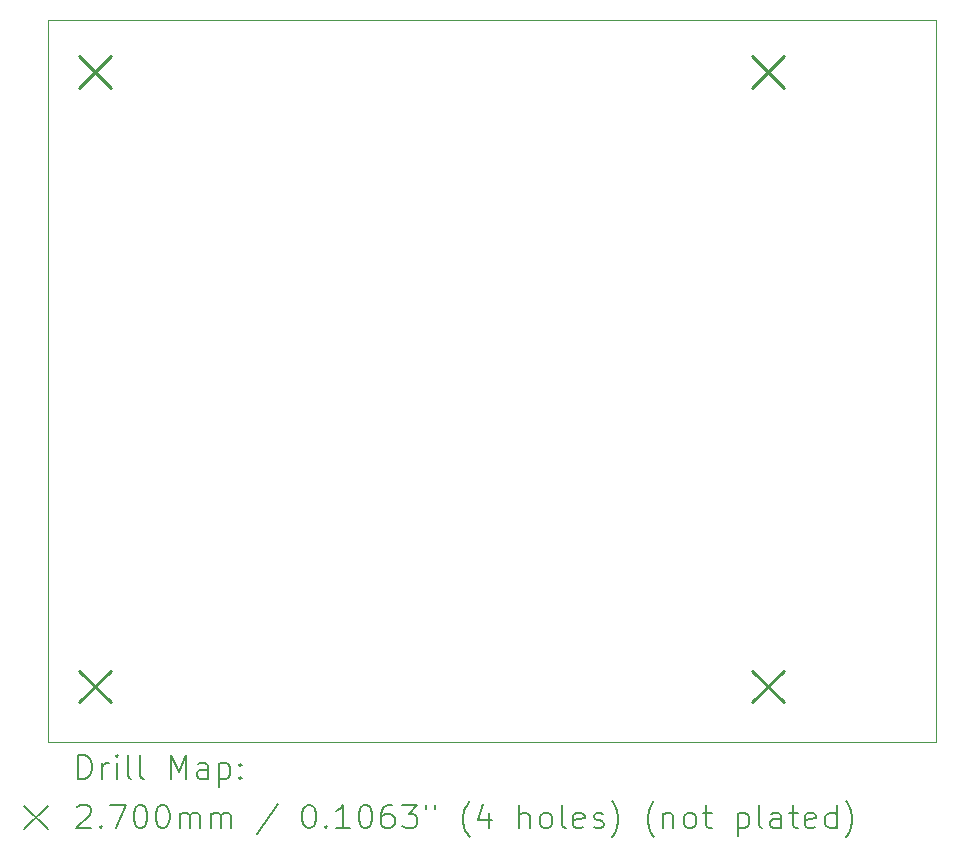
<source format=gbr>
%TF.GenerationSoftware,KiCad,Pcbnew,8.0.2*%
%TF.CreationDate,2025-12-07T10:50:00+01:00*%
%TF.ProjectId,Helios,48656c69-6f73-42e6-9b69-6361645f7063,rev?*%
%TF.SameCoordinates,Original*%
%TF.FileFunction,Drillmap*%
%TF.FilePolarity,Positive*%
%FSLAX45Y45*%
G04 Gerber Fmt 4.5, Leading zero omitted, Abs format (unit mm)*
G04 Created by KiCad (PCBNEW 8.0.2) date 2025-12-07 10:50:00*
%MOMM*%
%LPD*%
G01*
G04 APERTURE LIST*
%ADD10C,0.000100*%
%ADD11C,0.200000*%
%ADD12C,0.270000*%
G04 APERTURE END LIST*
D10*
X10000000Y-16110000D02*
X10000000Y-10000000D01*
X17520000Y-16110000D02*
X10000000Y-16110000D01*
X17520000Y-10000000D02*
X17520000Y-16110000D01*
X10000000Y-10000000D02*
X17520000Y-10000000D01*
D11*
D12*
X10265000Y-10305000D02*
X10535000Y-10575000D01*
X10535000Y-10305000D02*
X10265000Y-10575000D01*
X10265000Y-15505000D02*
X10535000Y-15775000D01*
X10535000Y-15505000D02*
X10265000Y-15775000D01*
X15965000Y-10305000D02*
X16235000Y-10575000D01*
X16235000Y-10305000D02*
X15965000Y-10575000D01*
X15965000Y-15505000D02*
X16235000Y-15775000D01*
X16235000Y-15505000D02*
X15965000Y-15775000D01*
D11*
X10260772Y-16421489D02*
X10260772Y-16221489D01*
X10260772Y-16221489D02*
X10308391Y-16221489D01*
X10308391Y-16221489D02*
X10336962Y-16231013D01*
X10336962Y-16231013D02*
X10356010Y-16250060D01*
X10356010Y-16250060D02*
X10365534Y-16269108D01*
X10365534Y-16269108D02*
X10375058Y-16307203D01*
X10375058Y-16307203D02*
X10375058Y-16335774D01*
X10375058Y-16335774D02*
X10365534Y-16373870D01*
X10365534Y-16373870D02*
X10356010Y-16392917D01*
X10356010Y-16392917D02*
X10336962Y-16411965D01*
X10336962Y-16411965D02*
X10308391Y-16421489D01*
X10308391Y-16421489D02*
X10260772Y-16421489D01*
X10460772Y-16421489D02*
X10460772Y-16288155D01*
X10460772Y-16326251D02*
X10470296Y-16307203D01*
X10470296Y-16307203D02*
X10479819Y-16297679D01*
X10479819Y-16297679D02*
X10498867Y-16288155D01*
X10498867Y-16288155D02*
X10517915Y-16288155D01*
X10584581Y-16421489D02*
X10584581Y-16288155D01*
X10584581Y-16221489D02*
X10575058Y-16231013D01*
X10575058Y-16231013D02*
X10584581Y-16240536D01*
X10584581Y-16240536D02*
X10594105Y-16231013D01*
X10594105Y-16231013D02*
X10584581Y-16221489D01*
X10584581Y-16221489D02*
X10584581Y-16240536D01*
X10708391Y-16421489D02*
X10689343Y-16411965D01*
X10689343Y-16411965D02*
X10679819Y-16392917D01*
X10679819Y-16392917D02*
X10679819Y-16221489D01*
X10813153Y-16421489D02*
X10794105Y-16411965D01*
X10794105Y-16411965D02*
X10784581Y-16392917D01*
X10784581Y-16392917D02*
X10784581Y-16221489D01*
X11041724Y-16421489D02*
X11041724Y-16221489D01*
X11041724Y-16221489D02*
X11108391Y-16364346D01*
X11108391Y-16364346D02*
X11175058Y-16221489D01*
X11175058Y-16221489D02*
X11175058Y-16421489D01*
X11356010Y-16421489D02*
X11356010Y-16316727D01*
X11356010Y-16316727D02*
X11346486Y-16297679D01*
X11346486Y-16297679D02*
X11327438Y-16288155D01*
X11327438Y-16288155D02*
X11289343Y-16288155D01*
X11289343Y-16288155D02*
X11270296Y-16297679D01*
X11356010Y-16411965D02*
X11336962Y-16421489D01*
X11336962Y-16421489D02*
X11289343Y-16421489D01*
X11289343Y-16421489D02*
X11270296Y-16411965D01*
X11270296Y-16411965D02*
X11260772Y-16392917D01*
X11260772Y-16392917D02*
X11260772Y-16373870D01*
X11260772Y-16373870D02*
X11270296Y-16354822D01*
X11270296Y-16354822D02*
X11289343Y-16345298D01*
X11289343Y-16345298D02*
X11336962Y-16345298D01*
X11336962Y-16345298D02*
X11356010Y-16335774D01*
X11451248Y-16288155D02*
X11451248Y-16488155D01*
X11451248Y-16297679D02*
X11470296Y-16288155D01*
X11470296Y-16288155D02*
X11508391Y-16288155D01*
X11508391Y-16288155D02*
X11527438Y-16297679D01*
X11527438Y-16297679D02*
X11536962Y-16307203D01*
X11536962Y-16307203D02*
X11546486Y-16326251D01*
X11546486Y-16326251D02*
X11546486Y-16383393D01*
X11546486Y-16383393D02*
X11536962Y-16402441D01*
X11536962Y-16402441D02*
X11527438Y-16411965D01*
X11527438Y-16411965D02*
X11508391Y-16421489D01*
X11508391Y-16421489D02*
X11470296Y-16421489D01*
X11470296Y-16421489D02*
X11451248Y-16411965D01*
X11632200Y-16402441D02*
X11641724Y-16411965D01*
X11641724Y-16411965D02*
X11632200Y-16421489D01*
X11632200Y-16421489D02*
X11622677Y-16411965D01*
X11622677Y-16411965D02*
X11632200Y-16402441D01*
X11632200Y-16402441D02*
X11632200Y-16421489D01*
X11632200Y-16297679D02*
X11641724Y-16307203D01*
X11641724Y-16307203D02*
X11632200Y-16316727D01*
X11632200Y-16316727D02*
X11622677Y-16307203D01*
X11622677Y-16307203D02*
X11632200Y-16297679D01*
X11632200Y-16297679D02*
X11632200Y-16316727D01*
X9799995Y-16650005D02*
X9999995Y-16850005D01*
X9999995Y-16650005D02*
X9799995Y-16850005D01*
X10251248Y-16660536D02*
X10260772Y-16651013D01*
X10260772Y-16651013D02*
X10279819Y-16641489D01*
X10279819Y-16641489D02*
X10327439Y-16641489D01*
X10327439Y-16641489D02*
X10346486Y-16651013D01*
X10346486Y-16651013D02*
X10356010Y-16660536D01*
X10356010Y-16660536D02*
X10365534Y-16679584D01*
X10365534Y-16679584D02*
X10365534Y-16698632D01*
X10365534Y-16698632D02*
X10356010Y-16727203D01*
X10356010Y-16727203D02*
X10241724Y-16841489D01*
X10241724Y-16841489D02*
X10365534Y-16841489D01*
X10451248Y-16822441D02*
X10460772Y-16831965D01*
X10460772Y-16831965D02*
X10451248Y-16841489D01*
X10451248Y-16841489D02*
X10441724Y-16831965D01*
X10441724Y-16831965D02*
X10451248Y-16822441D01*
X10451248Y-16822441D02*
X10451248Y-16841489D01*
X10527439Y-16641489D02*
X10660772Y-16641489D01*
X10660772Y-16641489D02*
X10575058Y-16841489D01*
X10775058Y-16641489D02*
X10794105Y-16641489D01*
X10794105Y-16641489D02*
X10813153Y-16651013D01*
X10813153Y-16651013D02*
X10822677Y-16660536D01*
X10822677Y-16660536D02*
X10832200Y-16679584D01*
X10832200Y-16679584D02*
X10841724Y-16717679D01*
X10841724Y-16717679D02*
X10841724Y-16765298D01*
X10841724Y-16765298D02*
X10832200Y-16803394D01*
X10832200Y-16803394D02*
X10822677Y-16822441D01*
X10822677Y-16822441D02*
X10813153Y-16831965D01*
X10813153Y-16831965D02*
X10794105Y-16841489D01*
X10794105Y-16841489D02*
X10775058Y-16841489D01*
X10775058Y-16841489D02*
X10756010Y-16831965D01*
X10756010Y-16831965D02*
X10746486Y-16822441D01*
X10746486Y-16822441D02*
X10736962Y-16803394D01*
X10736962Y-16803394D02*
X10727439Y-16765298D01*
X10727439Y-16765298D02*
X10727439Y-16717679D01*
X10727439Y-16717679D02*
X10736962Y-16679584D01*
X10736962Y-16679584D02*
X10746486Y-16660536D01*
X10746486Y-16660536D02*
X10756010Y-16651013D01*
X10756010Y-16651013D02*
X10775058Y-16641489D01*
X10965534Y-16641489D02*
X10984581Y-16641489D01*
X10984581Y-16641489D02*
X11003629Y-16651013D01*
X11003629Y-16651013D02*
X11013153Y-16660536D01*
X11013153Y-16660536D02*
X11022677Y-16679584D01*
X11022677Y-16679584D02*
X11032200Y-16717679D01*
X11032200Y-16717679D02*
X11032200Y-16765298D01*
X11032200Y-16765298D02*
X11022677Y-16803394D01*
X11022677Y-16803394D02*
X11013153Y-16822441D01*
X11013153Y-16822441D02*
X11003629Y-16831965D01*
X11003629Y-16831965D02*
X10984581Y-16841489D01*
X10984581Y-16841489D02*
X10965534Y-16841489D01*
X10965534Y-16841489D02*
X10946486Y-16831965D01*
X10946486Y-16831965D02*
X10936962Y-16822441D01*
X10936962Y-16822441D02*
X10927439Y-16803394D01*
X10927439Y-16803394D02*
X10917915Y-16765298D01*
X10917915Y-16765298D02*
X10917915Y-16717679D01*
X10917915Y-16717679D02*
X10927439Y-16679584D01*
X10927439Y-16679584D02*
X10936962Y-16660536D01*
X10936962Y-16660536D02*
X10946486Y-16651013D01*
X10946486Y-16651013D02*
X10965534Y-16641489D01*
X11117915Y-16841489D02*
X11117915Y-16708155D01*
X11117915Y-16727203D02*
X11127439Y-16717679D01*
X11127439Y-16717679D02*
X11146486Y-16708155D01*
X11146486Y-16708155D02*
X11175058Y-16708155D01*
X11175058Y-16708155D02*
X11194105Y-16717679D01*
X11194105Y-16717679D02*
X11203629Y-16736727D01*
X11203629Y-16736727D02*
X11203629Y-16841489D01*
X11203629Y-16736727D02*
X11213153Y-16717679D01*
X11213153Y-16717679D02*
X11232200Y-16708155D01*
X11232200Y-16708155D02*
X11260772Y-16708155D01*
X11260772Y-16708155D02*
X11279819Y-16717679D01*
X11279819Y-16717679D02*
X11289343Y-16736727D01*
X11289343Y-16736727D02*
X11289343Y-16841489D01*
X11384581Y-16841489D02*
X11384581Y-16708155D01*
X11384581Y-16727203D02*
X11394105Y-16717679D01*
X11394105Y-16717679D02*
X11413153Y-16708155D01*
X11413153Y-16708155D02*
X11441724Y-16708155D01*
X11441724Y-16708155D02*
X11460772Y-16717679D01*
X11460772Y-16717679D02*
X11470296Y-16736727D01*
X11470296Y-16736727D02*
X11470296Y-16841489D01*
X11470296Y-16736727D02*
X11479819Y-16717679D01*
X11479819Y-16717679D02*
X11498867Y-16708155D01*
X11498867Y-16708155D02*
X11527438Y-16708155D01*
X11527438Y-16708155D02*
X11546486Y-16717679D01*
X11546486Y-16717679D02*
X11556010Y-16736727D01*
X11556010Y-16736727D02*
X11556010Y-16841489D01*
X11946486Y-16631965D02*
X11775058Y-16889108D01*
X12203629Y-16641489D02*
X12222677Y-16641489D01*
X12222677Y-16641489D02*
X12241724Y-16651013D01*
X12241724Y-16651013D02*
X12251248Y-16660536D01*
X12251248Y-16660536D02*
X12260772Y-16679584D01*
X12260772Y-16679584D02*
X12270296Y-16717679D01*
X12270296Y-16717679D02*
X12270296Y-16765298D01*
X12270296Y-16765298D02*
X12260772Y-16803394D01*
X12260772Y-16803394D02*
X12251248Y-16822441D01*
X12251248Y-16822441D02*
X12241724Y-16831965D01*
X12241724Y-16831965D02*
X12222677Y-16841489D01*
X12222677Y-16841489D02*
X12203629Y-16841489D01*
X12203629Y-16841489D02*
X12184581Y-16831965D01*
X12184581Y-16831965D02*
X12175058Y-16822441D01*
X12175058Y-16822441D02*
X12165534Y-16803394D01*
X12165534Y-16803394D02*
X12156010Y-16765298D01*
X12156010Y-16765298D02*
X12156010Y-16717679D01*
X12156010Y-16717679D02*
X12165534Y-16679584D01*
X12165534Y-16679584D02*
X12175058Y-16660536D01*
X12175058Y-16660536D02*
X12184581Y-16651013D01*
X12184581Y-16651013D02*
X12203629Y-16641489D01*
X12356010Y-16822441D02*
X12365534Y-16831965D01*
X12365534Y-16831965D02*
X12356010Y-16841489D01*
X12356010Y-16841489D02*
X12346486Y-16831965D01*
X12346486Y-16831965D02*
X12356010Y-16822441D01*
X12356010Y-16822441D02*
X12356010Y-16841489D01*
X12556010Y-16841489D02*
X12441724Y-16841489D01*
X12498867Y-16841489D02*
X12498867Y-16641489D01*
X12498867Y-16641489D02*
X12479820Y-16670060D01*
X12479820Y-16670060D02*
X12460772Y-16689108D01*
X12460772Y-16689108D02*
X12441724Y-16698632D01*
X12679820Y-16641489D02*
X12698867Y-16641489D01*
X12698867Y-16641489D02*
X12717915Y-16651013D01*
X12717915Y-16651013D02*
X12727439Y-16660536D01*
X12727439Y-16660536D02*
X12736962Y-16679584D01*
X12736962Y-16679584D02*
X12746486Y-16717679D01*
X12746486Y-16717679D02*
X12746486Y-16765298D01*
X12746486Y-16765298D02*
X12736962Y-16803394D01*
X12736962Y-16803394D02*
X12727439Y-16822441D01*
X12727439Y-16822441D02*
X12717915Y-16831965D01*
X12717915Y-16831965D02*
X12698867Y-16841489D01*
X12698867Y-16841489D02*
X12679820Y-16841489D01*
X12679820Y-16841489D02*
X12660772Y-16831965D01*
X12660772Y-16831965D02*
X12651248Y-16822441D01*
X12651248Y-16822441D02*
X12641724Y-16803394D01*
X12641724Y-16803394D02*
X12632201Y-16765298D01*
X12632201Y-16765298D02*
X12632201Y-16717679D01*
X12632201Y-16717679D02*
X12641724Y-16679584D01*
X12641724Y-16679584D02*
X12651248Y-16660536D01*
X12651248Y-16660536D02*
X12660772Y-16651013D01*
X12660772Y-16651013D02*
X12679820Y-16641489D01*
X12917915Y-16641489D02*
X12879820Y-16641489D01*
X12879820Y-16641489D02*
X12860772Y-16651013D01*
X12860772Y-16651013D02*
X12851248Y-16660536D01*
X12851248Y-16660536D02*
X12832201Y-16689108D01*
X12832201Y-16689108D02*
X12822677Y-16727203D01*
X12822677Y-16727203D02*
X12822677Y-16803394D01*
X12822677Y-16803394D02*
X12832201Y-16822441D01*
X12832201Y-16822441D02*
X12841724Y-16831965D01*
X12841724Y-16831965D02*
X12860772Y-16841489D01*
X12860772Y-16841489D02*
X12898867Y-16841489D01*
X12898867Y-16841489D02*
X12917915Y-16831965D01*
X12917915Y-16831965D02*
X12927439Y-16822441D01*
X12927439Y-16822441D02*
X12936962Y-16803394D01*
X12936962Y-16803394D02*
X12936962Y-16755774D01*
X12936962Y-16755774D02*
X12927439Y-16736727D01*
X12927439Y-16736727D02*
X12917915Y-16727203D01*
X12917915Y-16727203D02*
X12898867Y-16717679D01*
X12898867Y-16717679D02*
X12860772Y-16717679D01*
X12860772Y-16717679D02*
X12841724Y-16727203D01*
X12841724Y-16727203D02*
X12832201Y-16736727D01*
X12832201Y-16736727D02*
X12822677Y-16755774D01*
X13003629Y-16641489D02*
X13127439Y-16641489D01*
X13127439Y-16641489D02*
X13060772Y-16717679D01*
X13060772Y-16717679D02*
X13089343Y-16717679D01*
X13089343Y-16717679D02*
X13108391Y-16727203D01*
X13108391Y-16727203D02*
X13117915Y-16736727D01*
X13117915Y-16736727D02*
X13127439Y-16755774D01*
X13127439Y-16755774D02*
X13127439Y-16803394D01*
X13127439Y-16803394D02*
X13117915Y-16822441D01*
X13117915Y-16822441D02*
X13108391Y-16831965D01*
X13108391Y-16831965D02*
X13089343Y-16841489D01*
X13089343Y-16841489D02*
X13032201Y-16841489D01*
X13032201Y-16841489D02*
X13013153Y-16831965D01*
X13013153Y-16831965D02*
X13003629Y-16822441D01*
X13203629Y-16641489D02*
X13203629Y-16679584D01*
X13279820Y-16641489D02*
X13279820Y-16679584D01*
X13575058Y-16917679D02*
X13565534Y-16908155D01*
X13565534Y-16908155D02*
X13546486Y-16879584D01*
X13546486Y-16879584D02*
X13536963Y-16860536D01*
X13536963Y-16860536D02*
X13527439Y-16831965D01*
X13527439Y-16831965D02*
X13517915Y-16784346D01*
X13517915Y-16784346D02*
X13517915Y-16746251D01*
X13517915Y-16746251D02*
X13527439Y-16698632D01*
X13527439Y-16698632D02*
X13536963Y-16670060D01*
X13536963Y-16670060D02*
X13546486Y-16651013D01*
X13546486Y-16651013D02*
X13565534Y-16622441D01*
X13565534Y-16622441D02*
X13575058Y-16612917D01*
X13736963Y-16708155D02*
X13736963Y-16841489D01*
X13689343Y-16631965D02*
X13641724Y-16774822D01*
X13641724Y-16774822D02*
X13765534Y-16774822D01*
X13994105Y-16841489D02*
X13994105Y-16641489D01*
X14079820Y-16841489D02*
X14079820Y-16736727D01*
X14079820Y-16736727D02*
X14070296Y-16717679D01*
X14070296Y-16717679D02*
X14051248Y-16708155D01*
X14051248Y-16708155D02*
X14022677Y-16708155D01*
X14022677Y-16708155D02*
X14003629Y-16717679D01*
X14003629Y-16717679D02*
X13994105Y-16727203D01*
X14203629Y-16841489D02*
X14184582Y-16831965D01*
X14184582Y-16831965D02*
X14175058Y-16822441D01*
X14175058Y-16822441D02*
X14165534Y-16803394D01*
X14165534Y-16803394D02*
X14165534Y-16746251D01*
X14165534Y-16746251D02*
X14175058Y-16727203D01*
X14175058Y-16727203D02*
X14184582Y-16717679D01*
X14184582Y-16717679D02*
X14203629Y-16708155D01*
X14203629Y-16708155D02*
X14232201Y-16708155D01*
X14232201Y-16708155D02*
X14251248Y-16717679D01*
X14251248Y-16717679D02*
X14260772Y-16727203D01*
X14260772Y-16727203D02*
X14270296Y-16746251D01*
X14270296Y-16746251D02*
X14270296Y-16803394D01*
X14270296Y-16803394D02*
X14260772Y-16822441D01*
X14260772Y-16822441D02*
X14251248Y-16831965D01*
X14251248Y-16831965D02*
X14232201Y-16841489D01*
X14232201Y-16841489D02*
X14203629Y-16841489D01*
X14384582Y-16841489D02*
X14365534Y-16831965D01*
X14365534Y-16831965D02*
X14356010Y-16812917D01*
X14356010Y-16812917D02*
X14356010Y-16641489D01*
X14536963Y-16831965D02*
X14517915Y-16841489D01*
X14517915Y-16841489D02*
X14479820Y-16841489D01*
X14479820Y-16841489D02*
X14460772Y-16831965D01*
X14460772Y-16831965D02*
X14451248Y-16812917D01*
X14451248Y-16812917D02*
X14451248Y-16736727D01*
X14451248Y-16736727D02*
X14460772Y-16717679D01*
X14460772Y-16717679D02*
X14479820Y-16708155D01*
X14479820Y-16708155D02*
X14517915Y-16708155D01*
X14517915Y-16708155D02*
X14536963Y-16717679D01*
X14536963Y-16717679D02*
X14546486Y-16736727D01*
X14546486Y-16736727D02*
X14546486Y-16755774D01*
X14546486Y-16755774D02*
X14451248Y-16774822D01*
X14622677Y-16831965D02*
X14641725Y-16841489D01*
X14641725Y-16841489D02*
X14679820Y-16841489D01*
X14679820Y-16841489D02*
X14698867Y-16831965D01*
X14698867Y-16831965D02*
X14708391Y-16812917D01*
X14708391Y-16812917D02*
X14708391Y-16803394D01*
X14708391Y-16803394D02*
X14698867Y-16784346D01*
X14698867Y-16784346D02*
X14679820Y-16774822D01*
X14679820Y-16774822D02*
X14651248Y-16774822D01*
X14651248Y-16774822D02*
X14632201Y-16765298D01*
X14632201Y-16765298D02*
X14622677Y-16746251D01*
X14622677Y-16746251D02*
X14622677Y-16736727D01*
X14622677Y-16736727D02*
X14632201Y-16717679D01*
X14632201Y-16717679D02*
X14651248Y-16708155D01*
X14651248Y-16708155D02*
X14679820Y-16708155D01*
X14679820Y-16708155D02*
X14698867Y-16717679D01*
X14775058Y-16917679D02*
X14784582Y-16908155D01*
X14784582Y-16908155D02*
X14803629Y-16879584D01*
X14803629Y-16879584D02*
X14813153Y-16860536D01*
X14813153Y-16860536D02*
X14822677Y-16831965D01*
X14822677Y-16831965D02*
X14832201Y-16784346D01*
X14832201Y-16784346D02*
X14832201Y-16746251D01*
X14832201Y-16746251D02*
X14822677Y-16698632D01*
X14822677Y-16698632D02*
X14813153Y-16670060D01*
X14813153Y-16670060D02*
X14803629Y-16651013D01*
X14803629Y-16651013D02*
X14784582Y-16622441D01*
X14784582Y-16622441D02*
X14775058Y-16612917D01*
X15136963Y-16917679D02*
X15127439Y-16908155D01*
X15127439Y-16908155D02*
X15108391Y-16879584D01*
X15108391Y-16879584D02*
X15098867Y-16860536D01*
X15098867Y-16860536D02*
X15089344Y-16831965D01*
X15089344Y-16831965D02*
X15079820Y-16784346D01*
X15079820Y-16784346D02*
X15079820Y-16746251D01*
X15079820Y-16746251D02*
X15089344Y-16698632D01*
X15089344Y-16698632D02*
X15098867Y-16670060D01*
X15098867Y-16670060D02*
X15108391Y-16651013D01*
X15108391Y-16651013D02*
X15127439Y-16622441D01*
X15127439Y-16622441D02*
X15136963Y-16612917D01*
X15213153Y-16708155D02*
X15213153Y-16841489D01*
X15213153Y-16727203D02*
X15222677Y-16717679D01*
X15222677Y-16717679D02*
X15241725Y-16708155D01*
X15241725Y-16708155D02*
X15270296Y-16708155D01*
X15270296Y-16708155D02*
X15289344Y-16717679D01*
X15289344Y-16717679D02*
X15298867Y-16736727D01*
X15298867Y-16736727D02*
X15298867Y-16841489D01*
X15422677Y-16841489D02*
X15403629Y-16831965D01*
X15403629Y-16831965D02*
X15394106Y-16822441D01*
X15394106Y-16822441D02*
X15384582Y-16803394D01*
X15384582Y-16803394D02*
X15384582Y-16746251D01*
X15384582Y-16746251D02*
X15394106Y-16727203D01*
X15394106Y-16727203D02*
X15403629Y-16717679D01*
X15403629Y-16717679D02*
X15422677Y-16708155D01*
X15422677Y-16708155D02*
X15451248Y-16708155D01*
X15451248Y-16708155D02*
X15470296Y-16717679D01*
X15470296Y-16717679D02*
X15479820Y-16727203D01*
X15479820Y-16727203D02*
X15489344Y-16746251D01*
X15489344Y-16746251D02*
X15489344Y-16803394D01*
X15489344Y-16803394D02*
X15479820Y-16822441D01*
X15479820Y-16822441D02*
X15470296Y-16831965D01*
X15470296Y-16831965D02*
X15451248Y-16841489D01*
X15451248Y-16841489D02*
X15422677Y-16841489D01*
X15546487Y-16708155D02*
X15622677Y-16708155D01*
X15575058Y-16641489D02*
X15575058Y-16812917D01*
X15575058Y-16812917D02*
X15584582Y-16831965D01*
X15584582Y-16831965D02*
X15603629Y-16841489D01*
X15603629Y-16841489D02*
X15622677Y-16841489D01*
X15841725Y-16708155D02*
X15841725Y-16908155D01*
X15841725Y-16717679D02*
X15860772Y-16708155D01*
X15860772Y-16708155D02*
X15898868Y-16708155D01*
X15898868Y-16708155D02*
X15917915Y-16717679D01*
X15917915Y-16717679D02*
X15927439Y-16727203D01*
X15927439Y-16727203D02*
X15936963Y-16746251D01*
X15936963Y-16746251D02*
X15936963Y-16803394D01*
X15936963Y-16803394D02*
X15927439Y-16822441D01*
X15927439Y-16822441D02*
X15917915Y-16831965D01*
X15917915Y-16831965D02*
X15898868Y-16841489D01*
X15898868Y-16841489D02*
X15860772Y-16841489D01*
X15860772Y-16841489D02*
X15841725Y-16831965D01*
X16051248Y-16841489D02*
X16032201Y-16831965D01*
X16032201Y-16831965D02*
X16022677Y-16812917D01*
X16022677Y-16812917D02*
X16022677Y-16641489D01*
X16213153Y-16841489D02*
X16213153Y-16736727D01*
X16213153Y-16736727D02*
X16203629Y-16717679D01*
X16203629Y-16717679D02*
X16184582Y-16708155D01*
X16184582Y-16708155D02*
X16146487Y-16708155D01*
X16146487Y-16708155D02*
X16127439Y-16717679D01*
X16213153Y-16831965D02*
X16194106Y-16841489D01*
X16194106Y-16841489D02*
X16146487Y-16841489D01*
X16146487Y-16841489D02*
X16127439Y-16831965D01*
X16127439Y-16831965D02*
X16117915Y-16812917D01*
X16117915Y-16812917D02*
X16117915Y-16793870D01*
X16117915Y-16793870D02*
X16127439Y-16774822D01*
X16127439Y-16774822D02*
X16146487Y-16765298D01*
X16146487Y-16765298D02*
X16194106Y-16765298D01*
X16194106Y-16765298D02*
X16213153Y-16755774D01*
X16279820Y-16708155D02*
X16356010Y-16708155D01*
X16308391Y-16641489D02*
X16308391Y-16812917D01*
X16308391Y-16812917D02*
X16317915Y-16831965D01*
X16317915Y-16831965D02*
X16336963Y-16841489D01*
X16336963Y-16841489D02*
X16356010Y-16841489D01*
X16498868Y-16831965D02*
X16479820Y-16841489D01*
X16479820Y-16841489D02*
X16441725Y-16841489D01*
X16441725Y-16841489D02*
X16422677Y-16831965D01*
X16422677Y-16831965D02*
X16413153Y-16812917D01*
X16413153Y-16812917D02*
X16413153Y-16736727D01*
X16413153Y-16736727D02*
X16422677Y-16717679D01*
X16422677Y-16717679D02*
X16441725Y-16708155D01*
X16441725Y-16708155D02*
X16479820Y-16708155D01*
X16479820Y-16708155D02*
X16498868Y-16717679D01*
X16498868Y-16717679D02*
X16508391Y-16736727D01*
X16508391Y-16736727D02*
X16508391Y-16755774D01*
X16508391Y-16755774D02*
X16413153Y-16774822D01*
X16679820Y-16841489D02*
X16679820Y-16641489D01*
X16679820Y-16831965D02*
X16660772Y-16841489D01*
X16660772Y-16841489D02*
X16622677Y-16841489D01*
X16622677Y-16841489D02*
X16603629Y-16831965D01*
X16603629Y-16831965D02*
X16594106Y-16822441D01*
X16594106Y-16822441D02*
X16584582Y-16803394D01*
X16584582Y-16803394D02*
X16584582Y-16746251D01*
X16584582Y-16746251D02*
X16594106Y-16727203D01*
X16594106Y-16727203D02*
X16603629Y-16717679D01*
X16603629Y-16717679D02*
X16622677Y-16708155D01*
X16622677Y-16708155D02*
X16660772Y-16708155D01*
X16660772Y-16708155D02*
X16679820Y-16717679D01*
X16756010Y-16917679D02*
X16765534Y-16908155D01*
X16765534Y-16908155D02*
X16784582Y-16879584D01*
X16784582Y-16879584D02*
X16794106Y-16860536D01*
X16794106Y-16860536D02*
X16803630Y-16831965D01*
X16803630Y-16831965D02*
X16813153Y-16784346D01*
X16813153Y-16784346D02*
X16813153Y-16746251D01*
X16813153Y-16746251D02*
X16803630Y-16698632D01*
X16803630Y-16698632D02*
X16794106Y-16670060D01*
X16794106Y-16670060D02*
X16784582Y-16651013D01*
X16784582Y-16651013D02*
X16765534Y-16622441D01*
X16765534Y-16622441D02*
X16756010Y-16612917D01*
M02*

</source>
